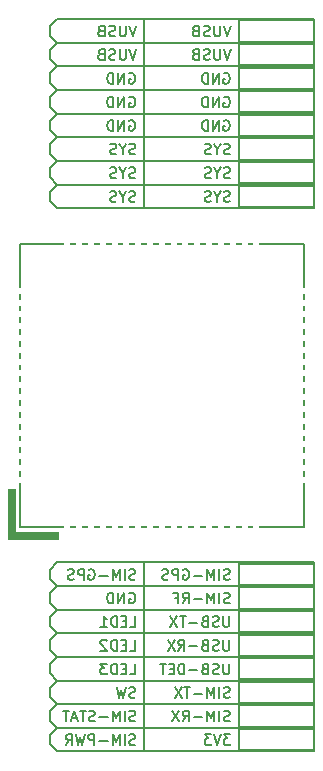
<source format=gbo>
G04 #@! TF.GenerationSoftware,KiCad,Pcbnew,(5.1.9)-1*
G04 #@! TF.CreationDate,2023-01-31T21:08:26+01:00*
G04 #@! TF.ProjectId,Side,53696465-2e6b-4696-9361-645f70636258,rev?*
G04 #@! TF.SameCoordinates,PXd59f80PYd59f80*
G04 #@! TF.FileFunction,Legend,Bot*
G04 #@! TF.FilePolarity,Positive*
%FSLAX46Y46*%
G04 Gerber Fmt 4.6, Leading zero omitted, Abs format (unit mm)*
G04 Created by KiCad (PCBNEW (5.1.9)-1) date 2023-01-31 21:08:26*
%MOMM*%
%LPD*%
G01*
G04 APERTURE LIST*
%ADD10C,0.200000*%
%ADD11C,0.100000*%
%ADD12C,0.180000*%
%ADD13C,2.000000*%
%ADD14R,0.600000X2.400000*%
%ADD15R,2.400000X0.600000*%
%ADD16O,0.800000X0.800000*%
%ADD17C,0.600000*%
G04 APERTURE END LIST*
D10*
X28000000Y-44000000D02*
X4000000Y-44000000D01*
X28000000Y-20000000D02*
X28000000Y-44000000D01*
X4000000Y-20000000D02*
X28000000Y-20000000D01*
X4000000Y-44000000D02*
X4000000Y-20000000D01*
D11*
G36*
X7200000Y-44400000D02*
G01*
X3600000Y-44400000D01*
X3600000Y-40800000D01*
X3000000Y-40800000D01*
X3000000Y-45000000D01*
X7200000Y-45000000D01*
X7200000Y-44400000D01*
G37*
X7200000Y-44400000D02*
X3600000Y-44400000D01*
X3600000Y-40800000D01*
X3000000Y-40800000D01*
X3000000Y-45000000D01*
X7200000Y-45000000D01*
X7200000Y-44400000D01*
D10*
X22500000Y-7000000D02*
X22500000Y-5000000D01*
X7100000Y-7000000D02*
X28900000Y-7000000D01*
X7100000Y-5000000D02*
X22500000Y-5000000D01*
X7100000Y-7000000D02*
X6500000Y-6400000D01*
X6500000Y-5600000D02*
X7100000Y-5000000D01*
X6500000Y-6400000D02*
X6500000Y-5600000D01*
X14500000Y-7000000D02*
X14500000Y-5000000D01*
X28900000Y-7000000D02*
X28900000Y-5000000D01*
X22500000Y-5000000D02*
X28900000Y-5000000D01*
X22500000Y-5100000D02*
X28900000Y-5100000D01*
X22550000Y-7000000D02*
X22550000Y-5000000D01*
X28850000Y-7000000D02*
X28850000Y-5000000D01*
X22500000Y-6900000D02*
X28900000Y-6900000D01*
X22500000Y-17000000D02*
X22500000Y-15000000D01*
X7100000Y-17000000D02*
X28900000Y-17000000D01*
X7100000Y-15000000D02*
X22500000Y-15000000D01*
X7100000Y-17000000D02*
X6500000Y-16400000D01*
X6500000Y-15600000D02*
X7100000Y-15000000D01*
X6500000Y-16400000D02*
X6500000Y-15600000D01*
X14500000Y-17000000D02*
X14500000Y-15000000D01*
X28900000Y-17000000D02*
X28900000Y-15000000D01*
X22500000Y-15000000D02*
X28900000Y-15000000D01*
X22500000Y-15100000D02*
X28900000Y-15100000D01*
X22550000Y-17000000D02*
X22550000Y-15000000D01*
X28850000Y-17000000D02*
X28850000Y-15000000D01*
X22500000Y-16900000D02*
X28900000Y-16900000D01*
X22500000Y-9000000D02*
X22500000Y-7000000D01*
X7100000Y-9000000D02*
X28900000Y-9000000D01*
X7100000Y-7000000D02*
X22500000Y-7000000D01*
X7100000Y-9000000D02*
X6500000Y-8400000D01*
X6500000Y-7600000D02*
X7100000Y-7000000D01*
X6500000Y-8400000D02*
X6500000Y-7600000D01*
X14500000Y-9000000D02*
X14500000Y-7000000D01*
X28900000Y-9000000D02*
X28900000Y-7000000D01*
X22500000Y-7000000D02*
X28900000Y-7000000D01*
X22500000Y-7100000D02*
X28900000Y-7100000D01*
X22550000Y-9000000D02*
X22550000Y-7000000D01*
X28850000Y-9000000D02*
X28850000Y-7000000D01*
X22500000Y-8900000D02*
X28900000Y-8900000D01*
X22500000Y-11000000D02*
X22500000Y-9000000D01*
X7100000Y-11000000D02*
X28900000Y-11000000D01*
X7100000Y-9000000D02*
X22500000Y-9000000D01*
X7100000Y-11000000D02*
X6500000Y-10400000D01*
X6500000Y-9600000D02*
X7100000Y-9000000D01*
X6500000Y-10400000D02*
X6500000Y-9600000D01*
X14500000Y-11000000D02*
X14500000Y-9000000D01*
X28900000Y-11000000D02*
X28900000Y-9000000D01*
X22500000Y-9000000D02*
X28900000Y-9000000D01*
X22500000Y-9100000D02*
X28900000Y-9100000D01*
X22550000Y-11000000D02*
X22550000Y-9000000D01*
X28850000Y-11000000D02*
X28850000Y-9000000D01*
X22500000Y-10900000D02*
X28900000Y-10900000D01*
X22500000Y-5000000D02*
X22500000Y-3000000D01*
X7100000Y-5000000D02*
X28900000Y-5000000D01*
X7100000Y-3000000D02*
X22500000Y-3000000D01*
X7100000Y-5000000D02*
X6500000Y-4400000D01*
X6500000Y-3600000D02*
X7100000Y-3000000D01*
X6500000Y-4400000D02*
X6500000Y-3600000D01*
X14500000Y-5000000D02*
X14500000Y-3000000D01*
X28900000Y-5000000D02*
X28900000Y-3000000D01*
X22500000Y-3000000D02*
X28900000Y-3000000D01*
X22500000Y-3100000D02*
X28900000Y-3100000D01*
X22550000Y-5000000D02*
X22550000Y-3000000D01*
X28850000Y-5000000D02*
X28850000Y-3000000D01*
X22500000Y-4900000D02*
X28900000Y-4900000D01*
X22500000Y-15000000D02*
X22500000Y-13000000D01*
X7100000Y-15000000D02*
X28900000Y-15000000D01*
X7100000Y-13000000D02*
X22500000Y-13000000D01*
X7100000Y-15000000D02*
X6500000Y-14400000D01*
X6500000Y-13600000D02*
X7100000Y-13000000D01*
X6500000Y-14400000D02*
X6500000Y-13600000D01*
X14500000Y-15000000D02*
X14500000Y-13000000D01*
X28900000Y-15000000D02*
X28900000Y-13000000D01*
X22500000Y-13000000D02*
X28900000Y-13000000D01*
X22500000Y-13100000D02*
X28900000Y-13100000D01*
X22550000Y-15000000D02*
X22550000Y-13000000D01*
X28850000Y-15000000D02*
X28850000Y-13000000D01*
X22500000Y-14900000D02*
X28900000Y-14900000D01*
X22500000Y-3000000D02*
X22500000Y-1000000D01*
X7100000Y-3000000D02*
X28900000Y-3000000D01*
X7100000Y-1000000D02*
X22500000Y-1000000D01*
X7100000Y-3000000D02*
X6500000Y-2400000D01*
X6500000Y-1600000D02*
X7100000Y-1000000D01*
X6500000Y-2400000D02*
X6500000Y-1600000D01*
X14500000Y-3000000D02*
X14500000Y-1000000D01*
X28900000Y-3000000D02*
X28900000Y-1000000D01*
X22500000Y-1000000D02*
X28900000Y-1000000D01*
X22500000Y-1100000D02*
X28900000Y-1100000D01*
X22550000Y-3000000D02*
X22550000Y-1000000D01*
X28850000Y-3000000D02*
X28850000Y-1000000D01*
X22500000Y-2900000D02*
X28900000Y-2900000D01*
X22500000Y-13000000D02*
X22500000Y-11000000D01*
X7100000Y-13000000D02*
X28900000Y-13000000D01*
X7100000Y-11000000D02*
X22500000Y-11000000D01*
X7100000Y-13000000D02*
X6500000Y-12400000D01*
X6500000Y-11600000D02*
X7100000Y-11000000D01*
X6500000Y-12400000D02*
X6500000Y-11600000D01*
X14500000Y-13000000D02*
X14500000Y-11000000D01*
X28900000Y-13000000D02*
X28900000Y-11000000D01*
X22500000Y-11000000D02*
X28900000Y-11000000D01*
X22500000Y-11100000D02*
X28900000Y-11100000D01*
X22550000Y-13000000D02*
X22550000Y-11000000D01*
X28850000Y-13000000D02*
X28850000Y-11000000D01*
X22500000Y-12900000D02*
X28900000Y-12900000D01*
X22500000Y-49000000D02*
X22500000Y-47000000D01*
X7100000Y-49000000D02*
X28900000Y-49000000D01*
X7100000Y-47000000D02*
X22500000Y-47000000D01*
X7100000Y-49000000D02*
X6500000Y-48400000D01*
X6500000Y-47600000D02*
X7100000Y-47000000D01*
X6500000Y-48400000D02*
X6500000Y-47600000D01*
X14500000Y-49000000D02*
X14500000Y-47000000D01*
X28900000Y-49000000D02*
X28900000Y-47000000D01*
X22500000Y-47000000D02*
X28900000Y-47000000D01*
X22500000Y-47100000D02*
X28900000Y-47100000D01*
X22550000Y-49000000D02*
X22550000Y-47000000D01*
X28850000Y-49000000D02*
X28850000Y-47000000D01*
X22500000Y-48900000D02*
X28900000Y-48900000D01*
X22500000Y-51000000D02*
X22500000Y-49000000D01*
X7100000Y-51000000D02*
X28900000Y-51000000D01*
X7100000Y-49000000D02*
X22500000Y-49000000D01*
X7100000Y-51000000D02*
X6500000Y-50400000D01*
X6500000Y-49600000D02*
X7100000Y-49000000D01*
X6500000Y-50400000D02*
X6500000Y-49600000D01*
X14500000Y-51000000D02*
X14500000Y-49000000D01*
X28900000Y-51000000D02*
X28900000Y-49000000D01*
X22500000Y-49000000D02*
X28900000Y-49000000D01*
X22500000Y-49100000D02*
X28900000Y-49100000D01*
X22550000Y-51000000D02*
X22550000Y-49000000D01*
X28850000Y-51000000D02*
X28850000Y-49000000D01*
X22500000Y-50900000D02*
X28900000Y-50900000D01*
X22500000Y-53000000D02*
X22500000Y-51000000D01*
X7100000Y-53000000D02*
X28900000Y-53000000D01*
X7100000Y-51000000D02*
X22500000Y-51000000D01*
X7100000Y-53000000D02*
X6500000Y-52400000D01*
X6500000Y-51600000D02*
X7100000Y-51000000D01*
X6500000Y-52400000D02*
X6500000Y-51600000D01*
X14500000Y-53000000D02*
X14500000Y-51000000D01*
X28900000Y-53000000D02*
X28900000Y-51000000D01*
X22500000Y-51000000D02*
X28900000Y-51000000D01*
X22500000Y-51100000D02*
X28900000Y-51100000D01*
X22550000Y-53000000D02*
X22550000Y-51000000D01*
X28850000Y-53000000D02*
X28850000Y-51000000D01*
X22500000Y-52900000D02*
X28900000Y-52900000D01*
X22500000Y-55000000D02*
X22500000Y-53000000D01*
X7100000Y-55000000D02*
X28900000Y-55000000D01*
X7100000Y-53000000D02*
X22500000Y-53000000D01*
X7100000Y-55000000D02*
X6500000Y-54400000D01*
X6500000Y-53600000D02*
X7100000Y-53000000D01*
X6500000Y-54400000D02*
X6500000Y-53600000D01*
X14500000Y-55000000D02*
X14500000Y-53000000D01*
X28900000Y-55000000D02*
X28900000Y-53000000D01*
X22500000Y-53000000D02*
X28900000Y-53000000D01*
X22500000Y-53100000D02*
X28900000Y-53100000D01*
X22550000Y-55000000D02*
X22550000Y-53000000D01*
X28850000Y-55000000D02*
X28850000Y-53000000D01*
X22500000Y-54900000D02*
X28900000Y-54900000D01*
X22500000Y-57000000D02*
X22500000Y-55000000D01*
X7100000Y-57000000D02*
X28900000Y-57000000D01*
X7100000Y-55000000D02*
X22500000Y-55000000D01*
X7100000Y-57000000D02*
X6500000Y-56400000D01*
X6500000Y-55600000D02*
X7100000Y-55000000D01*
X6500000Y-56400000D02*
X6500000Y-55600000D01*
X14500000Y-57000000D02*
X14500000Y-55000000D01*
X28900000Y-57000000D02*
X28900000Y-55000000D01*
X22500000Y-55000000D02*
X28900000Y-55000000D01*
X22500000Y-55100000D02*
X28900000Y-55100000D01*
X22550000Y-57000000D02*
X22550000Y-55000000D01*
X28850000Y-57000000D02*
X28850000Y-55000000D01*
X22500000Y-56900000D02*
X28900000Y-56900000D01*
X22500000Y-59000000D02*
X22500000Y-57000000D01*
X7100000Y-59000000D02*
X28900000Y-59000000D01*
X7100000Y-57000000D02*
X22500000Y-57000000D01*
X7100000Y-59000000D02*
X6500000Y-58400000D01*
X6500000Y-57600000D02*
X7100000Y-57000000D01*
X6500000Y-58400000D02*
X6500000Y-57600000D01*
X14500000Y-59000000D02*
X14500000Y-57000000D01*
X28900000Y-59000000D02*
X28900000Y-57000000D01*
X22500000Y-57000000D02*
X28900000Y-57000000D01*
X22500000Y-57100000D02*
X28900000Y-57100000D01*
X22550000Y-59000000D02*
X22550000Y-57000000D01*
X28850000Y-59000000D02*
X28850000Y-57000000D01*
X22500000Y-58900000D02*
X28900000Y-58900000D01*
X22500000Y-60900000D02*
X28900000Y-60900000D01*
X28850000Y-61000000D02*
X28850000Y-59000000D01*
X22550000Y-61000000D02*
X22550000Y-59000000D01*
X22500000Y-59100000D02*
X28900000Y-59100000D01*
X22500000Y-59000000D02*
X28900000Y-59000000D01*
X28900000Y-61000000D02*
X28900000Y-59000000D01*
X14500000Y-61000000D02*
X14500000Y-59000000D01*
X6500000Y-60400000D02*
X6500000Y-59600000D01*
X6500000Y-59600000D02*
X7100000Y-59000000D01*
X7100000Y-61000000D02*
X6500000Y-60400000D01*
X7100000Y-59000000D02*
X22500000Y-59000000D01*
X7100000Y-61000000D02*
X28900000Y-61000000D01*
X22500000Y-61000000D02*
X22500000Y-59000000D01*
X22500000Y-62900000D02*
X28900000Y-62900000D01*
X28850000Y-63000000D02*
X28850000Y-61000000D01*
X22550000Y-63000000D02*
X22550000Y-61000000D01*
X22500000Y-61100000D02*
X28900000Y-61100000D01*
X22500000Y-61000000D02*
X28900000Y-61000000D01*
X28900000Y-63000000D02*
X28900000Y-61000000D01*
X14500000Y-63000000D02*
X14500000Y-61000000D01*
X6500000Y-62400000D02*
X6500000Y-61600000D01*
X6500000Y-61600000D02*
X7100000Y-61000000D01*
X7100000Y-63000000D02*
X6500000Y-62400000D01*
X7100000Y-61000000D02*
X22500000Y-61000000D01*
X7100000Y-63000000D02*
X28900000Y-63000000D01*
X22500000Y-63000000D02*
X22500000Y-61000000D01*
D12*
X13247285Y-5600000D02*
X13333000Y-5557142D01*
X13461571Y-5557142D01*
X13590142Y-5600000D01*
X13675857Y-5685714D01*
X13718714Y-5771428D01*
X13761571Y-5942857D01*
X13761571Y-6071428D01*
X13718714Y-6242857D01*
X13675857Y-6328571D01*
X13590142Y-6414285D01*
X13461571Y-6457142D01*
X13375857Y-6457142D01*
X13247285Y-6414285D01*
X13204428Y-6371428D01*
X13204428Y-6071428D01*
X13375857Y-6071428D01*
X12818714Y-6457142D02*
X12818714Y-5557142D01*
X12304428Y-6457142D01*
X12304428Y-5557142D01*
X11875857Y-6457142D02*
X11875857Y-5557142D01*
X11661571Y-5557142D01*
X11533000Y-5600000D01*
X11447285Y-5685714D01*
X11404428Y-5771428D01*
X11361571Y-5942857D01*
X11361571Y-6071428D01*
X11404428Y-6242857D01*
X11447285Y-6328571D01*
X11533000Y-6414285D01*
X11661571Y-6457142D01*
X11875857Y-6457142D01*
X21247285Y-5600000D02*
X21333000Y-5557142D01*
X21461571Y-5557142D01*
X21590142Y-5600000D01*
X21675857Y-5685714D01*
X21718714Y-5771428D01*
X21761571Y-5942857D01*
X21761571Y-6071428D01*
X21718714Y-6242857D01*
X21675857Y-6328571D01*
X21590142Y-6414285D01*
X21461571Y-6457142D01*
X21375857Y-6457142D01*
X21247285Y-6414285D01*
X21204428Y-6371428D01*
X21204428Y-6071428D01*
X21375857Y-6071428D01*
X20818714Y-6457142D02*
X20818714Y-5557142D01*
X20304428Y-6457142D01*
X20304428Y-5557142D01*
X19875857Y-6457142D02*
X19875857Y-5557142D01*
X19661571Y-5557142D01*
X19533000Y-5600000D01*
X19447285Y-5685714D01*
X19404428Y-5771428D01*
X19361571Y-5942857D01*
X19361571Y-6071428D01*
X19404428Y-6242857D01*
X19447285Y-6328571D01*
X19533000Y-6414285D01*
X19661571Y-6457142D01*
X19875857Y-6457142D01*
X13761571Y-16414285D02*
X13633000Y-16457142D01*
X13418714Y-16457142D01*
X13333000Y-16414285D01*
X13290142Y-16371428D01*
X13247285Y-16285714D01*
X13247285Y-16200000D01*
X13290142Y-16114285D01*
X13333000Y-16071428D01*
X13418714Y-16028571D01*
X13590142Y-15985714D01*
X13675857Y-15942857D01*
X13718714Y-15900000D01*
X13761571Y-15814285D01*
X13761571Y-15728571D01*
X13718714Y-15642857D01*
X13675857Y-15600000D01*
X13590142Y-15557142D01*
X13375857Y-15557142D01*
X13247285Y-15600000D01*
X12690142Y-16028571D02*
X12690142Y-16457142D01*
X12990142Y-15557142D02*
X12690142Y-16028571D01*
X12390142Y-15557142D01*
X12133000Y-16414285D02*
X12004428Y-16457142D01*
X11790142Y-16457142D01*
X11704428Y-16414285D01*
X11661571Y-16371428D01*
X11618714Y-16285714D01*
X11618714Y-16200000D01*
X11661571Y-16114285D01*
X11704428Y-16071428D01*
X11790142Y-16028571D01*
X11961571Y-15985714D01*
X12047285Y-15942857D01*
X12090142Y-15900000D01*
X12133000Y-15814285D01*
X12133000Y-15728571D01*
X12090142Y-15642857D01*
X12047285Y-15600000D01*
X11961571Y-15557142D01*
X11747285Y-15557142D01*
X11618714Y-15600000D01*
X21761571Y-16414285D02*
X21633000Y-16457142D01*
X21418714Y-16457142D01*
X21333000Y-16414285D01*
X21290142Y-16371428D01*
X21247285Y-16285714D01*
X21247285Y-16200000D01*
X21290142Y-16114285D01*
X21333000Y-16071428D01*
X21418714Y-16028571D01*
X21590142Y-15985714D01*
X21675857Y-15942857D01*
X21718714Y-15900000D01*
X21761571Y-15814285D01*
X21761571Y-15728571D01*
X21718714Y-15642857D01*
X21675857Y-15600000D01*
X21590142Y-15557142D01*
X21375857Y-15557142D01*
X21247285Y-15600000D01*
X20690142Y-16028571D02*
X20690142Y-16457142D01*
X20990142Y-15557142D02*
X20690142Y-16028571D01*
X20390142Y-15557142D01*
X20133000Y-16414285D02*
X20004428Y-16457142D01*
X19790142Y-16457142D01*
X19704428Y-16414285D01*
X19661571Y-16371428D01*
X19618714Y-16285714D01*
X19618714Y-16200000D01*
X19661571Y-16114285D01*
X19704428Y-16071428D01*
X19790142Y-16028571D01*
X19961571Y-15985714D01*
X20047285Y-15942857D01*
X20090142Y-15900000D01*
X20133000Y-15814285D01*
X20133000Y-15728571D01*
X20090142Y-15642857D01*
X20047285Y-15600000D01*
X19961571Y-15557142D01*
X19747285Y-15557142D01*
X19618714Y-15600000D01*
X13247285Y-7600000D02*
X13333000Y-7557142D01*
X13461571Y-7557142D01*
X13590142Y-7600000D01*
X13675857Y-7685714D01*
X13718714Y-7771428D01*
X13761571Y-7942857D01*
X13761571Y-8071428D01*
X13718714Y-8242857D01*
X13675857Y-8328571D01*
X13590142Y-8414285D01*
X13461571Y-8457142D01*
X13375857Y-8457142D01*
X13247285Y-8414285D01*
X13204428Y-8371428D01*
X13204428Y-8071428D01*
X13375857Y-8071428D01*
X12818714Y-8457142D02*
X12818714Y-7557142D01*
X12304428Y-8457142D01*
X12304428Y-7557142D01*
X11875857Y-8457142D02*
X11875857Y-7557142D01*
X11661571Y-7557142D01*
X11533000Y-7600000D01*
X11447285Y-7685714D01*
X11404428Y-7771428D01*
X11361571Y-7942857D01*
X11361571Y-8071428D01*
X11404428Y-8242857D01*
X11447285Y-8328571D01*
X11533000Y-8414285D01*
X11661571Y-8457142D01*
X11875857Y-8457142D01*
X21247285Y-7600000D02*
X21333000Y-7557142D01*
X21461571Y-7557142D01*
X21590142Y-7600000D01*
X21675857Y-7685714D01*
X21718714Y-7771428D01*
X21761571Y-7942857D01*
X21761571Y-8071428D01*
X21718714Y-8242857D01*
X21675857Y-8328571D01*
X21590142Y-8414285D01*
X21461571Y-8457142D01*
X21375857Y-8457142D01*
X21247285Y-8414285D01*
X21204428Y-8371428D01*
X21204428Y-8071428D01*
X21375857Y-8071428D01*
X20818714Y-8457142D02*
X20818714Y-7557142D01*
X20304428Y-8457142D01*
X20304428Y-7557142D01*
X19875857Y-8457142D02*
X19875857Y-7557142D01*
X19661571Y-7557142D01*
X19533000Y-7600000D01*
X19447285Y-7685714D01*
X19404428Y-7771428D01*
X19361571Y-7942857D01*
X19361571Y-8071428D01*
X19404428Y-8242857D01*
X19447285Y-8328571D01*
X19533000Y-8414285D01*
X19661571Y-8457142D01*
X19875857Y-8457142D01*
X13247285Y-9600000D02*
X13333000Y-9557142D01*
X13461571Y-9557142D01*
X13590142Y-9600000D01*
X13675857Y-9685714D01*
X13718714Y-9771428D01*
X13761571Y-9942857D01*
X13761571Y-10071428D01*
X13718714Y-10242857D01*
X13675857Y-10328571D01*
X13590142Y-10414285D01*
X13461571Y-10457142D01*
X13375857Y-10457142D01*
X13247285Y-10414285D01*
X13204428Y-10371428D01*
X13204428Y-10071428D01*
X13375857Y-10071428D01*
X12818714Y-10457142D02*
X12818714Y-9557142D01*
X12304428Y-10457142D01*
X12304428Y-9557142D01*
X11875857Y-10457142D02*
X11875857Y-9557142D01*
X11661571Y-9557142D01*
X11533000Y-9600000D01*
X11447285Y-9685714D01*
X11404428Y-9771428D01*
X11361571Y-9942857D01*
X11361571Y-10071428D01*
X11404428Y-10242857D01*
X11447285Y-10328571D01*
X11533000Y-10414285D01*
X11661571Y-10457142D01*
X11875857Y-10457142D01*
X21247285Y-9600000D02*
X21333000Y-9557142D01*
X21461571Y-9557142D01*
X21590142Y-9600000D01*
X21675857Y-9685714D01*
X21718714Y-9771428D01*
X21761571Y-9942857D01*
X21761571Y-10071428D01*
X21718714Y-10242857D01*
X21675857Y-10328571D01*
X21590142Y-10414285D01*
X21461571Y-10457142D01*
X21375857Y-10457142D01*
X21247285Y-10414285D01*
X21204428Y-10371428D01*
X21204428Y-10071428D01*
X21375857Y-10071428D01*
X20818714Y-10457142D02*
X20818714Y-9557142D01*
X20304428Y-10457142D01*
X20304428Y-9557142D01*
X19875857Y-10457142D02*
X19875857Y-9557142D01*
X19661571Y-9557142D01*
X19533000Y-9600000D01*
X19447285Y-9685714D01*
X19404428Y-9771428D01*
X19361571Y-9942857D01*
X19361571Y-10071428D01*
X19404428Y-10242857D01*
X19447285Y-10328571D01*
X19533000Y-10414285D01*
X19661571Y-10457142D01*
X19875857Y-10457142D01*
X13847285Y-3557142D02*
X13547285Y-4457142D01*
X13247285Y-3557142D01*
X12947285Y-3557142D02*
X12947285Y-4285714D01*
X12904428Y-4371428D01*
X12861571Y-4414285D01*
X12775857Y-4457142D01*
X12604428Y-4457142D01*
X12518714Y-4414285D01*
X12475857Y-4371428D01*
X12433000Y-4285714D01*
X12433000Y-3557142D01*
X12047285Y-4414285D02*
X11918714Y-4457142D01*
X11704428Y-4457142D01*
X11618714Y-4414285D01*
X11575857Y-4371428D01*
X11533000Y-4285714D01*
X11533000Y-4200000D01*
X11575857Y-4114285D01*
X11618714Y-4071428D01*
X11704428Y-4028571D01*
X11875857Y-3985714D01*
X11961571Y-3942857D01*
X12004428Y-3900000D01*
X12047285Y-3814285D01*
X12047285Y-3728571D01*
X12004428Y-3642857D01*
X11961571Y-3600000D01*
X11875857Y-3557142D01*
X11661571Y-3557142D01*
X11533000Y-3600000D01*
X10847285Y-3985714D02*
X10718714Y-4028571D01*
X10675857Y-4071428D01*
X10633000Y-4157142D01*
X10633000Y-4285714D01*
X10675857Y-4371428D01*
X10718714Y-4414285D01*
X10804428Y-4457142D01*
X11147285Y-4457142D01*
X11147285Y-3557142D01*
X10847285Y-3557142D01*
X10761571Y-3600000D01*
X10718714Y-3642857D01*
X10675857Y-3728571D01*
X10675857Y-3814285D01*
X10718714Y-3900000D01*
X10761571Y-3942857D01*
X10847285Y-3985714D01*
X11147285Y-3985714D01*
X21847285Y-3557142D02*
X21547285Y-4457142D01*
X21247285Y-3557142D01*
X20947285Y-3557142D02*
X20947285Y-4285714D01*
X20904428Y-4371428D01*
X20861571Y-4414285D01*
X20775857Y-4457142D01*
X20604428Y-4457142D01*
X20518714Y-4414285D01*
X20475857Y-4371428D01*
X20433000Y-4285714D01*
X20433000Y-3557142D01*
X20047285Y-4414285D02*
X19918714Y-4457142D01*
X19704428Y-4457142D01*
X19618714Y-4414285D01*
X19575857Y-4371428D01*
X19533000Y-4285714D01*
X19533000Y-4200000D01*
X19575857Y-4114285D01*
X19618714Y-4071428D01*
X19704428Y-4028571D01*
X19875857Y-3985714D01*
X19961571Y-3942857D01*
X20004428Y-3900000D01*
X20047285Y-3814285D01*
X20047285Y-3728571D01*
X20004428Y-3642857D01*
X19961571Y-3600000D01*
X19875857Y-3557142D01*
X19661571Y-3557142D01*
X19533000Y-3600000D01*
X18847285Y-3985714D02*
X18718714Y-4028571D01*
X18675857Y-4071428D01*
X18633000Y-4157142D01*
X18633000Y-4285714D01*
X18675857Y-4371428D01*
X18718714Y-4414285D01*
X18804428Y-4457142D01*
X19147285Y-4457142D01*
X19147285Y-3557142D01*
X18847285Y-3557142D01*
X18761571Y-3600000D01*
X18718714Y-3642857D01*
X18675857Y-3728571D01*
X18675857Y-3814285D01*
X18718714Y-3900000D01*
X18761571Y-3942857D01*
X18847285Y-3985714D01*
X19147285Y-3985714D01*
X13761571Y-14414285D02*
X13633000Y-14457142D01*
X13418714Y-14457142D01*
X13333000Y-14414285D01*
X13290142Y-14371428D01*
X13247285Y-14285714D01*
X13247285Y-14200000D01*
X13290142Y-14114285D01*
X13333000Y-14071428D01*
X13418714Y-14028571D01*
X13590142Y-13985714D01*
X13675857Y-13942857D01*
X13718714Y-13900000D01*
X13761571Y-13814285D01*
X13761571Y-13728571D01*
X13718714Y-13642857D01*
X13675857Y-13600000D01*
X13590142Y-13557142D01*
X13375857Y-13557142D01*
X13247285Y-13600000D01*
X12690142Y-14028571D02*
X12690142Y-14457142D01*
X12990142Y-13557142D02*
X12690142Y-14028571D01*
X12390142Y-13557142D01*
X12133000Y-14414285D02*
X12004428Y-14457142D01*
X11790142Y-14457142D01*
X11704428Y-14414285D01*
X11661571Y-14371428D01*
X11618714Y-14285714D01*
X11618714Y-14200000D01*
X11661571Y-14114285D01*
X11704428Y-14071428D01*
X11790142Y-14028571D01*
X11961571Y-13985714D01*
X12047285Y-13942857D01*
X12090142Y-13900000D01*
X12133000Y-13814285D01*
X12133000Y-13728571D01*
X12090142Y-13642857D01*
X12047285Y-13600000D01*
X11961571Y-13557142D01*
X11747285Y-13557142D01*
X11618714Y-13600000D01*
X21761571Y-14414285D02*
X21633000Y-14457142D01*
X21418714Y-14457142D01*
X21333000Y-14414285D01*
X21290142Y-14371428D01*
X21247285Y-14285714D01*
X21247285Y-14200000D01*
X21290142Y-14114285D01*
X21333000Y-14071428D01*
X21418714Y-14028571D01*
X21590142Y-13985714D01*
X21675857Y-13942857D01*
X21718714Y-13900000D01*
X21761571Y-13814285D01*
X21761571Y-13728571D01*
X21718714Y-13642857D01*
X21675857Y-13600000D01*
X21590142Y-13557142D01*
X21375857Y-13557142D01*
X21247285Y-13600000D01*
X20690142Y-14028571D02*
X20690142Y-14457142D01*
X20990142Y-13557142D02*
X20690142Y-14028571D01*
X20390142Y-13557142D01*
X20133000Y-14414285D02*
X20004428Y-14457142D01*
X19790142Y-14457142D01*
X19704428Y-14414285D01*
X19661571Y-14371428D01*
X19618714Y-14285714D01*
X19618714Y-14200000D01*
X19661571Y-14114285D01*
X19704428Y-14071428D01*
X19790142Y-14028571D01*
X19961571Y-13985714D01*
X20047285Y-13942857D01*
X20090142Y-13900000D01*
X20133000Y-13814285D01*
X20133000Y-13728571D01*
X20090142Y-13642857D01*
X20047285Y-13600000D01*
X19961571Y-13557142D01*
X19747285Y-13557142D01*
X19618714Y-13600000D01*
X13847285Y-1557142D02*
X13547285Y-2457142D01*
X13247285Y-1557142D01*
X12947285Y-1557142D02*
X12947285Y-2285714D01*
X12904428Y-2371428D01*
X12861571Y-2414285D01*
X12775857Y-2457142D01*
X12604428Y-2457142D01*
X12518714Y-2414285D01*
X12475857Y-2371428D01*
X12433000Y-2285714D01*
X12433000Y-1557142D01*
X12047285Y-2414285D02*
X11918714Y-2457142D01*
X11704428Y-2457142D01*
X11618714Y-2414285D01*
X11575857Y-2371428D01*
X11533000Y-2285714D01*
X11533000Y-2200000D01*
X11575857Y-2114285D01*
X11618714Y-2071428D01*
X11704428Y-2028571D01*
X11875857Y-1985714D01*
X11961571Y-1942857D01*
X12004428Y-1900000D01*
X12047285Y-1814285D01*
X12047285Y-1728571D01*
X12004428Y-1642857D01*
X11961571Y-1600000D01*
X11875857Y-1557142D01*
X11661571Y-1557142D01*
X11533000Y-1600000D01*
X10847285Y-1985714D02*
X10718714Y-2028571D01*
X10675857Y-2071428D01*
X10633000Y-2157142D01*
X10633000Y-2285714D01*
X10675857Y-2371428D01*
X10718714Y-2414285D01*
X10804428Y-2457142D01*
X11147285Y-2457142D01*
X11147285Y-1557142D01*
X10847285Y-1557142D01*
X10761571Y-1600000D01*
X10718714Y-1642857D01*
X10675857Y-1728571D01*
X10675857Y-1814285D01*
X10718714Y-1900000D01*
X10761571Y-1942857D01*
X10847285Y-1985714D01*
X11147285Y-1985714D01*
X21847285Y-1557142D02*
X21547285Y-2457142D01*
X21247285Y-1557142D01*
X20947285Y-1557142D02*
X20947285Y-2285714D01*
X20904428Y-2371428D01*
X20861571Y-2414285D01*
X20775857Y-2457142D01*
X20604428Y-2457142D01*
X20518714Y-2414285D01*
X20475857Y-2371428D01*
X20433000Y-2285714D01*
X20433000Y-1557142D01*
X20047285Y-2414285D02*
X19918714Y-2457142D01*
X19704428Y-2457142D01*
X19618714Y-2414285D01*
X19575857Y-2371428D01*
X19533000Y-2285714D01*
X19533000Y-2200000D01*
X19575857Y-2114285D01*
X19618714Y-2071428D01*
X19704428Y-2028571D01*
X19875857Y-1985714D01*
X19961571Y-1942857D01*
X20004428Y-1900000D01*
X20047285Y-1814285D01*
X20047285Y-1728571D01*
X20004428Y-1642857D01*
X19961571Y-1600000D01*
X19875857Y-1557142D01*
X19661571Y-1557142D01*
X19533000Y-1600000D01*
X18847285Y-1985714D02*
X18718714Y-2028571D01*
X18675857Y-2071428D01*
X18633000Y-2157142D01*
X18633000Y-2285714D01*
X18675857Y-2371428D01*
X18718714Y-2414285D01*
X18804428Y-2457142D01*
X19147285Y-2457142D01*
X19147285Y-1557142D01*
X18847285Y-1557142D01*
X18761571Y-1600000D01*
X18718714Y-1642857D01*
X18675857Y-1728571D01*
X18675857Y-1814285D01*
X18718714Y-1900000D01*
X18761571Y-1942857D01*
X18847285Y-1985714D01*
X19147285Y-1985714D01*
X13761571Y-12414285D02*
X13633000Y-12457142D01*
X13418714Y-12457142D01*
X13333000Y-12414285D01*
X13290142Y-12371428D01*
X13247285Y-12285714D01*
X13247285Y-12200000D01*
X13290142Y-12114285D01*
X13333000Y-12071428D01*
X13418714Y-12028571D01*
X13590142Y-11985714D01*
X13675857Y-11942857D01*
X13718714Y-11900000D01*
X13761571Y-11814285D01*
X13761571Y-11728571D01*
X13718714Y-11642857D01*
X13675857Y-11600000D01*
X13590142Y-11557142D01*
X13375857Y-11557142D01*
X13247285Y-11600000D01*
X12690142Y-12028571D02*
X12690142Y-12457142D01*
X12990142Y-11557142D02*
X12690142Y-12028571D01*
X12390142Y-11557142D01*
X12133000Y-12414285D02*
X12004428Y-12457142D01*
X11790142Y-12457142D01*
X11704428Y-12414285D01*
X11661571Y-12371428D01*
X11618714Y-12285714D01*
X11618714Y-12200000D01*
X11661571Y-12114285D01*
X11704428Y-12071428D01*
X11790142Y-12028571D01*
X11961571Y-11985714D01*
X12047285Y-11942857D01*
X12090142Y-11900000D01*
X12133000Y-11814285D01*
X12133000Y-11728571D01*
X12090142Y-11642857D01*
X12047285Y-11600000D01*
X11961571Y-11557142D01*
X11747285Y-11557142D01*
X11618714Y-11600000D01*
X21761571Y-12414285D02*
X21633000Y-12457142D01*
X21418714Y-12457142D01*
X21333000Y-12414285D01*
X21290142Y-12371428D01*
X21247285Y-12285714D01*
X21247285Y-12200000D01*
X21290142Y-12114285D01*
X21333000Y-12071428D01*
X21418714Y-12028571D01*
X21590142Y-11985714D01*
X21675857Y-11942857D01*
X21718714Y-11900000D01*
X21761571Y-11814285D01*
X21761571Y-11728571D01*
X21718714Y-11642857D01*
X21675857Y-11600000D01*
X21590142Y-11557142D01*
X21375857Y-11557142D01*
X21247285Y-11600000D01*
X20690142Y-12028571D02*
X20690142Y-12457142D01*
X20990142Y-11557142D02*
X20690142Y-12028571D01*
X20390142Y-11557142D01*
X20133000Y-12414285D02*
X20004428Y-12457142D01*
X19790142Y-12457142D01*
X19704428Y-12414285D01*
X19661571Y-12371428D01*
X19618714Y-12285714D01*
X19618714Y-12200000D01*
X19661571Y-12114285D01*
X19704428Y-12071428D01*
X19790142Y-12028571D01*
X19961571Y-11985714D01*
X20047285Y-11942857D01*
X20090142Y-11900000D01*
X20133000Y-11814285D01*
X20133000Y-11728571D01*
X20090142Y-11642857D01*
X20047285Y-11600000D01*
X19961571Y-11557142D01*
X19747285Y-11557142D01*
X19618714Y-11600000D01*
X13761571Y-48414285D02*
X13633000Y-48457142D01*
X13418714Y-48457142D01*
X13333000Y-48414285D01*
X13290142Y-48371428D01*
X13247285Y-48285714D01*
X13247285Y-48200000D01*
X13290142Y-48114285D01*
X13333000Y-48071428D01*
X13418714Y-48028571D01*
X13590142Y-47985714D01*
X13675857Y-47942857D01*
X13718714Y-47900000D01*
X13761571Y-47814285D01*
X13761571Y-47728571D01*
X13718714Y-47642857D01*
X13675857Y-47600000D01*
X13590142Y-47557142D01*
X13375857Y-47557142D01*
X13247285Y-47600000D01*
X12861571Y-48457142D02*
X12861571Y-47557142D01*
X12433000Y-48457142D02*
X12433000Y-47557142D01*
X12133000Y-48200000D01*
X11833000Y-47557142D01*
X11833000Y-48457142D01*
X11404428Y-48114285D02*
X10718714Y-48114285D01*
X9818714Y-47600000D02*
X9904428Y-47557142D01*
X10033000Y-47557142D01*
X10161571Y-47600000D01*
X10247285Y-47685714D01*
X10290142Y-47771428D01*
X10333000Y-47942857D01*
X10333000Y-48071428D01*
X10290142Y-48242857D01*
X10247285Y-48328571D01*
X10161571Y-48414285D01*
X10033000Y-48457142D01*
X9947285Y-48457142D01*
X9818714Y-48414285D01*
X9775857Y-48371428D01*
X9775857Y-48071428D01*
X9947285Y-48071428D01*
X9390142Y-48457142D02*
X9390142Y-47557142D01*
X9047285Y-47557142D01*
X8961571Y-47600000D01*
X8918714Y-47642857D01*
X8875857Y-47728571D01*
X8875857Y-47857142D01*
X8918714Y-47942857D01*
X8961571Y-47985714D01*
X9047285Y-48028571D01*
X9390142Y-48028571D01*
X8533000Y-48414285D02*
X8404428Y-48457142D01*
X8190142Y-48457142D01*
X8104428Y-48414285D01*
X8061571Y-48371428D01*
X8018714Y-48285714D01*
X8018714Y-48200000D01*
X8061571Y-48114285D01*
X8104428Y-48071428D01*
X8190142Y-48028571D01*
X8361571Y-47985714D01*
X8447285Y-47942857D01*
X8490142Y-47900000D01*
X8533000Y-47814285D01*
X8533000Y-47728571D01*
X8490142Y-47642857D01*
X8447285Y-47600000D01*
X8361571Y-47557142D01*
X8147285Y-47557142D01*
X8018714Y-47600000D01*
X21761571Y-48414285D02*
X21633000Y-48457142D01*
X21418714Y-48457142D01*
X21333000Y-48414285D01*
X21290142Y-48371428D01*
X21247285Y-48285714D01*
X21247285Y-48200000D01*
X21290142Y-48114285D01*
X21333000Y-48071428D01*
X21418714Y-48028571D01*
X21590142Y-47985714D01*
X21675857Y-47942857D01*
X21718714Y-47900000D01*
X21761571Y-47814285D01*
X21761571Y-47728571D01*
X21718714Y-47642857D01*
X21675857Y-47600000D01*
X21590142Y-47557142D01*
X21375857Y-47557142D01*
X21247285Y-47600000D01*
X20861571Y-48457142D02*
X20861571Y-47557142D01*
X20433000Y-48457142D02*
X20433000Y-47557142D01*
X20133000Y-48200000D01*
X19833000Y-47557142D01*
X19833000Y-48457142D01*
X19404428Y-48114285D02*
X18718714Y-48114285D01*
X17818714Y-47600000D02*
X17904428Y-47557142D01*
X18033000Y-47557142D01*
X18161571Y-47600000D01*
X18247285Y-47685714D01*
X18290142Y-47771428D01*
X18333000Y-47942857D01*
X18333000Y-48071428D01*
X18290142Y-48242857D01*
X18247285Y-48328571D01*
X18161571Y-48414285D01*
X18033000Y-48457142D01*
X17947285Y-48457142D01*
X17818714Y-48414285D01*
X17775857Y-48371428D01*
X17775857Y-48071428D01*
X17947285Y-48071428D01*
X17390142Y-48457142D02*
X17390142Y-47557142D01*
X17047285Y-47557142D01*
X16961571Y-47600000D01*
X16918714Y-47642857D01*
X16875857Y-47728571D01*
X16875857Y-47857142D01*
X16918714Y-47942857D01*
X16961571Y-47985714D01*
X17047285Y-48028571D01*
X17390142Y-48028571D01*
X16533000Y-48414285D02*
X16404428Y-48457142D01*
X16190142Y-48457142D01*
X16104428Y-48414285D01*
X16061571Y-48371428D01*
X16018714Y-48285714D01*
X16018714Y-48200000D01*
X16061571Y-48114285D01*
X16104428Y-48071428D01*
X16190142Y-48028571D01*
X16361571Y-47985714D01*
X16447285Y-47942857D01*
X16490142Y-47900000D01*
X16533000Y-47814285D01*
X16533000Y-47728571D01*
X16490142Y-47642857D01*
X16447285Y-47600000D01*
X16361571Y-47557142D01*
X16147285Y-47557142D01*
X16018714Y-47600000D01*
X13247285Y-49600000D02*
X13333000Y-49557142D01*
X13461571Y-49557142D01*
X13590142Y-49600000D01*
X13675857Y-49685714D01*
X13718714Y-49771428D01*
X13761571Y-49942857D01*
X13761571Y-50071428D01*
X13718714Y-50242857D01*
X13675857Y-50328571D01*
X13590142Y-50414285D01*
X13461571Y-50457142D01*
X13375857Y-50457142D01*
X13247285Y-50414285D01*
X13204428Y-50371428D01*
X13204428Y-50071428D01*
X13375857Y-50071428D01*
X12818714Y-50457142D02*
X12818714Y-49557142D01*
X12304428Y-50457142D01*
X12304428Y-49557142D01*
X11875857Y-50457142D02*
X11875857Y-49557142D01*
X11661571Y-49557142D01*
X11533000Y-49600000D01*
X11447285Y-49685714D01*
X11404428Y-49771428D01*
X11361571Y-49942857D01*
X11361571Y-50071428D01*
X11404428Y-50242857D01*
X11447285Y-50328571D01*
X11533000Y-50414285D01*
X11661571Y-50457142D01*
X11875857Y-50457142D01*
X21761571Y-50414285D02*
X21633000Y-50457142D01*
X21418714Y-50457142D01*
X21333000Y-50414285D01*
X21290142Y-50371428D01*
X21247285Y-50285714D01*
X21247285Y-50200000D01*
X21290142Y-50114285D01*
X21333000Y-50071428D01*
X21418714Y-50028571D01*
X21590142Y-49985714D01*
X21675857Y-49942857D01*
X21718714Y-49900000D01*
X21761571Y-49814285D01*
X21761571Y-49728571D01*
X21718714Y-49642857D01*
X21675857Y-49600000D01*
X21590142Y-49557142D01*
X21375857Y-49557142D01*
X21247285Y-49600000D01*
X20861571Y-50457142D02*
X20861571Y-49557142D01*
X20433000Y-50457142D02*
X20433000Y-49557142D01*
X20133000Y-50200000D01*
X19833000Y-49557142D01*
X19833000Y-50457142D01*
X19404428Y-50114285D02*
X18718714Y-50114285D01*
X17775857Y-50457142D02*
X18075857Y-50028571D01*
X18290142Y-50457142D02*
X18290142Y-49557142D01*
X17947285Y-49557142D01*
X17861571Y-49600000D01*
X17818714Y-49642857D01*
X17775857Y-49728571D01*
X17775857Y-49857142D01*
X17818714Y-49942857D01*
X17861571Y-49985714D01*
X17947285Y-50028571D01*
X18290142Y-50028571D01*
X17090142Y-49985714D02*
X17390142Y-49985714D01*
X17390142Y-50457142D02*
X17390142Y-49557142D01*
X16961571Y-49557142D01*
X13290142Y-52457142D02*
X13718714Y-52457142D01*
X13718714Y-51557142D01*
X12990142Y-51985714D02*
X12690142Y-51985714D01*
X12561571Y-52457142D02*
X12990142Y-52457142D01*
X12990142Y-51557142D01*
X12561571Y-51557142D01*
X12175857Y-52457142D02*
X12175857Y-51557142D01*
X11961571Y-51557142D01*
X11833000Y-51600000D01*
X11747285Y-51685714D01*
X11704428Y-51771428D01*
X11661571Y-51942857D01*
X11661571Y-52071428D01*
X11704428Y-52242857D01*
X11747285Y-52328571D01*
X11833000Y-52414285D01*
X11961571Y-52457142D01*
X12175857Y-52457142D01*
X10804428Y-52457142D02*
X11318714Y-52457142D01*
X11061571Y-52457142D02*
X11061571Y-51557142D01*
X11147285Y-51685714D01*
X11233000Y-51771428D01*
X11318714Y-51814285D01*
X21718714Y-51557142D02*
X21718714Y-52285714D01*
X21675857Y-52371428D01*
X21633000Y-52414285D01*
X21547285Y-52457142D01*
X21375857Y-52457142D01*
X21290142Y-52414285D01*
X21247285Y-52371428D01*
X21204428Y-52285714D01*
X21204428Y-51557142D01*
X20818714Y-52414285D02*
X20690142Y-52457142D01*
X20475857Y-52457142D01*
X20390142Y-52414285D01*
X20347285Y-52371428D01*
X20304428Y-52285714D01*
X20304428Y-52200000D01*
X20347285Y-52114285D01*
X20390142Y-52071428D01*
X20475857Y-52028571D01*
X20647285Y-51985714D01*
X20733000Y-51942857D01*
X20775857Y-51900000D01*
X20818714Y-51814285D01*
X20818714Y-51728571D01*
X20775857Y-51642857D01*
X20733000Y-51600000D01*
X20647285Y-51557142D01*
X20433000Y-51557142D01*
X20304428Y-51600000D01*
X19618714Y-51985714D02*
X19490142Y-52028571D01*
X19447285Y-52071428D01*
X19404428Y-52157142D01*
X19404428Y-52285714D01*
X19447285Y-52371428D01*
X19490142Y-52414285D01*
X19575857Y-52457142D01*
X19918714Y-52457142D01*
X19918714Y-51557142D01*
X19618714Y-51557142D01*
X19533000Y-51600000D01*
X19490142Y-51642857D01*
X19447285Y-51728571D01*
X19447285Y-51814285D01*
X19490142Y-51900000D01*
X19533000Y-51942857D01*
X19618714Y-51985714D01*
X19918714Y-51985714D01*
X19018714Y-52114285D02*
X18333000Y-52114285D01*
X18033000Y-51557142D02*
X17518714Y-51557142D01*
X17775857Y-52457142D02*
X17775857Y-51557142D01*
X17304428Y-51557142D02*
X16704428Y-52457142D01*
X16704428Y-51557142D02*
X17304428Y-52457142D01*
X13290142Y-54457142D02*
X13718714Y-54457142D01*
X13718714Y-53557142D01*
X12990142Y-53985714D02*
X12690142Y-53985714D01*
X12561571Y-54457142D02*
X12990142Y-54457142D01*
X12990142Y-53557142D01*
X12561571Y-53557142D01*
X12175857Y-54457142D02*
X12175857Y-53557142D01*
X11961571Y-53557142D01*
X11833000Y-53600000D01*
X11747285Y-53685714D01*
X11704428Y-53771428D01*
X11661571Y-53942857D01*
X11661571Y-54071428D01*
X11704428Y-54242857D01*
X11747285Y-54328571D01*
X11833000Y-54414285D01*
X11961571Y-54457142D01*
X12175857Y-54457142D01*
X11318714Y-53642857D02*
X11275857Y-53600000D01*
X11190142Y-53557142D01*
X10975857Y-53557142D01*
X10890142Y-53600000D01*
X10847285Y-53642857D01*
X10804428Y-53728571D01*
X10804428Y-53814285D01*
X10847285Y-53942857D01*
X11361571Y-54457142D01*
X10804428Y-54457142D01*
X21718714Y-53557142D02*
X21718714Y-54285714D01*
X21675857Y-54371428D01*
X21633000Y-54414285D01*
X21547285Y-54457142D01*
X21375857Y-54457142D01*
X21290142Y-54414285D01*
X21247285Y-54371428D01*
X21204428Y-54285714D01*
X21204428Y-53557142D01*
X20818714Y-54414285D02*
X20690142Y-54457142D01*
X20475857Y-54457142D01*
X20390142Y-54414285D01*
X20347285Y-54371428D01*
X20304428Y-54285714D01*
X20304428Y-54200000D01*
X20347285Y-54114285D01*
X20390142Y-54071428D01*
X20475857Y-54028571D01*
X20647285Y-53985714D01*
X20733000Y-53942857D01*
X20775857Y-53900000D01*
X20818714Y-53814285D01*
X20818714Y-53728571D01*
X20775857Y-53642857D01*
X20733000Y-53600000D01*
X20647285Y-53557142D01*
X20433000Y-53557142D01*
X20304428Y-53600000D01*
X19618714Y-53985714D02*
X19490142Y-54028571D01*
X19447285Y-54071428D01*
X19404428Y-54157142D01*
X19404428Y-54285714D01*
X19447285Y-54371428D01*
X19490142Y-54414285D01*
X19575857Y-54457142D01*
X19918714Y-54457142D01*
X19918714Y-53557142D01*
X19618714Y-53557142D01*
X19533000Y-53600000D01*
X19490142Y-53642857D01*
X19447285Y-53728571D01*
X19447285Y-53814285D01*
X19490142Y-53900000D01*
X19533000Y-53942857D01*
X19618714Y-53985714D01*
X19918714Y-53985714D01*
X19018714Y-54114285D02*
X18333000Y-54114285D01*
X17390142Y-54457142D02*
X17690142Y-54028571D01*
X17904428Y-54457142D02*
X17904428Y-53557142D01*
X17561571Y-53557142D01*
X17475857Y-53600000D01*
X17433000Y-53642857D01*
X17390142Y-53728571D01*
X17390142Y-53857142D01*
X17433000Y-53942857D01*
X17475857Y-53985714D01*
X17561571Y-54028571D01*
X17904428Y-54028571D01*
X17090142Y-53557142D02*
X16490142Y-54457142D01*
X16490142Y-53557142D02*
X17090142Y-54457142D01*
X13290142Y-56457142D02*
X13718714Y-56457142D01*
X13718714Y-55557142D01*
X12990142Y-55985714D02*
X12690142Y-55985714D01*
X12561571Y-56457142D02*
X12990142Y-56457142D01*
X12990142Y-55557142D01*
X12561571Y-55557142D01*
X12175857Y-56457142D02*
X12175857Y-55557142D01*
X11961571Y-55557142D01*
X11833000Y-55600000D01*
X11747285Y-55685714D01*
X11704428Y-55771428D01*
X11661571Y-55942857D01*
X11661571Y-56071428D01*
X11704428Y-56242857D01*
X11747285Y-56328571D01*
X11833000Y-56414285D01*
X11961571Y-56457142D01*
X12175857Y-56457142D01*
X11361571Y-55557142D02*
X10804428Y-55557142D01*
X11104428Y-55900000D01*
X10975857Y-55900000D01*
X10890142Y-55942857D01*
X10847285Y-55985714D01*
X10804428Y-56071428D01*
X10804428Y-56285714D01*
X10847285Y-56371428D01*
X10890142Y-56414285D01*
X10975857Y-56457142D01*
X11233000Y-56457142D01*
X11318714Y-56414285D01*
X11361571Y-56371428D01*
X21718714Y-55557142D02*
X21718714Y-56285714D01*
X21675857Y-56371428D01*
X21633000Y-56414285D01*
X21547285Y-56457142D01*
X21375857Y-56457142D01*
X21290142Y-56414285D01*
X21247285Y-56371428D01*
X21204428Y-56285714D01*
X21204428Y-55557142D01*
X20818714Y-56414285D02*
X20690142Y-56457142D01*
X20475857Y-56457142D01*
X20390142Y-56414285D01*
X20347285Y-56371428D01*
X20304428Y-56285714D01*
X20304428Y-56200000D01*
X20347285Y-56114285D01*
X20390142Y-56071428D01*
X20475857Y-56028571D01*
X20647285Y-55985714D01*
X20733000Y-55942857D01*
X20775857Y-55900000D01*
X20818714Y-55814285D01*
X20818714Y-55728571D01*
X20775857Y-55642857D01*
X20733000Y-55600000D01*
X20647285Y-55557142D01*
X20433000Y-55557142D01*
X20304428Y-55600000D01*
X19618714Y-55985714D02*
X19490142Y-56028571D01*
X19447285Y-56071428D01*
X19404428Y-56157142D01*
X19404428Y-56285714D01*
X19447285Y-56371428D01*
X19490142Y-56414285D01*
X19575857Y-56457142D01*
X19918714Y-56457142D01*
X19918714Y-55557142D01*
X19618714Y-55557142D01*
X19533000Y-55600000D01*
X19490142Y-55642857D01*
X19447285Y-55728571D01*
X19447285Y-55814285D01*
X19490142Y-55900000D01*
X19533000Y-55942857D01*
X19618714Y-55985714D01*
X19918714Y-55985714D01*
X19018714Y-56114285D02*
X18333000Y-56114285D01*
X17904428Y-56457142D02*
X17904428Y-55557142D01*
X17690142Y-55557142D01*
X17561571Y-55600000D01*
X17475857Y-55685714D01*
X17433000Y-55771428D01*
X17390142Y-55942857D01*
X17390142Y-56071428D01*
X17433000Y-56242857D01*
X17475857Y-56328571D01*
X17561571Y-56414285D01*
X17690142Y-56457142D01*
X17904428Y-56457142D01*
X17004428Y-55985714D02*
X16704428Y-55985714D01*
X16575857Y-56457142D02*
X17004428Y-56457142D01*
X17004428Y-55557142D01*
X16575857Y-55557142D01*
X16318714Y-55557142D02*
X15804428Y-55557142D01*
X16061571Y-56457142D02*
X16061571Y-55557142D01*
X13761571Y-58414285D02*
X13633000Y-58457142D01*
X13418714Y-58457142D01*
X13333000Y-58414285D01*
X13290142Y-58371428D01*
X13247285Y-58285714D01*
X13247285Y-58200000D01*
X13290142Y-58114285D01*
X13333000Y-58071428D01*
X13418714Y-58028571D01*
X13590142Y-57985714D01*
X13675857Y-57942857D01*
X13718714Y-57900000D01*
X13761571Y-57814285D01*
X13761571Y-57728571D01*
X13718714Y-57642857D01*
X13675857Y-57600000D01*
X13590142Y-57557142D01*
X13375857Y-57557142D01*
X13247285Y-57600000D01*
X12947285Y-57557142D02*
X12733000Y-58457142D01*
X12561571Y-57814285D01*
X12390142Y-58457142D01*
X12175857Y-57557142D01*
X21761571Y-58414285D02*
X21633000Y-58457142D01*
X21418714Y-58457142D01*
X21333000Y-58414285D01*
X21290142Y-58371428D01*
X21247285Y-58285714D01*
X21247285Y-58200000D01*
X21290142Y-58114285D01*
X21333000Y-58071428D01*
X21418714Y-58028571D01*
X21590142Y-57985714D01*
X21675857Y-57942857D01*
X21718714Y-57900000D01*
X21761571Y-57814285D01*
X21761571Y-57728571D01*
X21718714Y-57642857D01*
X21675857Y-57600000D01*
X21590142Y-57557142D01*
X21375857Y-57557142D01*
X21247285Y-57600000D01*
X20861571Y-58457142D02*
X20861571Y-57557142D01*
X20433000Y-58457142D02*
X20433000Y-57557142D01*
X20133000Y-58200000D01*
X19833000Y-57557142D01*
X19833000Y-58457142D01*
X19404428Y-58114285D02*
X18718714Y-58114285D01*
X18418714Y-57557142D02*
X17904428Y-57557142D01*
X18161571Y-58457142D02*
X18161571Y-57557142D01*
X17690142Y-57557142D02*
X17090142Y-58457142D01*
X17090142Y-57557142D02*
X17690142Y-58457142D01*
X13761571Y-60414285D02*
X13633000Y-60457142D01*
X13418714Y-60457142D01*
X13333000Y-60414285D01*
X13290142Y-60371428D01*
X13247285Y-60285714D01*
X13247285Y-60200000D01*
X13290142Y-60114285D01*
X13333000Y-60071428D01*
X13418714Y-60028571D01*
X13590142Y-59985714D01*
X13675857Y-59942857D01*
X13718714Y-59900000D01*
X13761571Y-59814285D01*
X13761571Y-59728571D01*
X13718714Y-59642857D01*
X13675857Y-59600000D01*
X13590142Y-59557142D01*
X13375857Y-59557142D01*
X13247285Y-59600000D01*
X12861571Y-60457142D02*
X12861571Y-59557142D01*
X12433000Y-60457142D02*
X12433000Y-59557142D01*
X12133000Y-60200000D01*
X11833000Y-59557142D01*
X11833000Y-60457142D01*
X11404428Y-60114285D02*
X10718714Y-60114285D01*
X10333000Y-60414285D02*
X10204428Y-60457142D01*
X9990142Y-60457142D01*
X9904428Y-60414285D01*
X9861571Y-60371428D01*
X9818714Y-60285714D01*
X9818714Y-60200000D01*
X9861571Y-60114285D01*
X9904428Y-60071428D01*
X9990142Y-60028571D01*
X10161571Y-59985714D01*
X10247285Y-59942857D01*
X10290142Y-59900000D01*
X10333000Y-59814285D01*
X10333000Y-59728571D01*
X10290142Y-59642857D01*
X10247285Y-59600000D01*
X10161571Y-59557142D01*
X9947285Y-59557142D01*
X9818714Y-59600000D01*
X9561571Y-59557142D02*
X9047285Y-59557142D01*
X9304428Y-60457142D02*
X9304428Y-59557142D01*
X8790142Y-60200000D02*
X8361571Y-60200000D01*
X8875857Y-60457142D02*
X8575857Y-59557142D01*
X8275857Y-60457142D01*
X8104428Y-59557142D02*
X7590142Y-59557142D01*
X7847285Y-60457142D02*
X7847285Y-59557142D01*
X21761571Y-60414285D02*
X21633000Y-60457142D01*
X21418714Y-60457142D01*
X21333000Y-60414285D01*
X21290142Y-60371428D01*
X21247285Y-60285714D01*
X21247285Y-60200000D01*
X21290142Y-60114285D01*
X21333000Y-60071428D01*
X21418714Y-60028571D01*
X21590142Y-59985714D01*
X21675857Y-59942857D01*
X21718714Y-59900000D01*
X21761571Y-59814285D01*
X21761571Y-59728571D01*
X21718714Y-59642857D01*
X21675857Y-59600000D01*
X21590142Y-59557142D01*
X21375857Y-59557142D01*
X21247285Y-59600000D01*
X20861571Y-60457142D02*
X20861571Y-59557142D01*
X20433000Y-60457142D02*
X20433000Y-59557142D01*
X20133000Y-60200000D01*
X19833000Y-59557142D01*
X19833000Y-60457142D01*
X19404428Y-60114285D02*
X18718714Y-60114285D01*
X17775857Y-60457142D02*
X18075857Y-60028571D01*
X18290142Y-60457142D02*
X18290142Y-59557142D01*
X17947285Y-59557142D01*
X17861571Y-59600000D01*
X17818714Y-59642857D01*
X17775857Y-59728571D01*
X17775857Y-59857142D01*
X17818714Y-59942857D01*
X17861571Y-59985714D01*
X17947285Y-60028571D01*
X18290142Y-60028571D01*
X17475857Y-59557142D02*
X16875857Y-60457142D01*
X16875857Y-59557142D02*
X17475857Y-60457142D01*
X13761571Y-62414285D02*
X13633000Y-62457142D01*
X13418714Y-62457142D01*
X13333000Y-62414285D01*
X13290142Y-62371428D01*
X13247285Y-62285714D01*
X13247285Y-62200000D01*
X13290142Y-62114285D01*
X13333000Y-62071428D01*
X13418714Y-62028571D01*
X13590142Y-61985714D01*
X13675857Y-61942857D01*
X13718714Y-61900000D01*
X13761571Y-61814285D01*
X13761571Y-61728571D01*
X13718714Y-61642857D01*
X13675857Y-61600000D01*
X13590142Y-61557142D01*
X13375857Y-61557142D01*
X13247285Y-61600000D01*
X12861571Y-62457142D02*
X12861571Y-61557142D01*
X12433000Y-62457142D02*
X12433000Y-61557142D01*
X12133000Y-62200000D01*
X11833000Y-61557142D01*
X11833000Y-62457142D01*
X11404428Y-62114285D02*
X10718714Y-62114285D01*
X10290142Y-62457142D02*
X10290142Y-61557142D01*
X9947285Y-61557142D01*
X9861571Y-61600000D01*
X9818714Y-61642857D01*
X9775857Y-61728571D01*
X9775857Y-61857142D01*
X9818714Y-61942857D01*
X9861571Y-61985714D01*
X9947285Y-62028571D01*
X10290142Y-62028571D01*
X9475857Y-61557142D02*
X9261571Y-62457142D01*
X9090142Y-61814285D01*
X8918714Y-62457142D01*
X8704428Y-61557142D01*
X7847285Y-62457142D02*
X8147285Y-62028571D01*
X8361571Y-62457142D02*
X8361571Y-61557142D01*
X8018714Y-61557142D01*
X7933000Y-61600000D01*
X7890142Y-61642857D01*
X7847285Y-61728571D01*
X7847285Y-61857142D01*
X7890142Y-61942857D01*
X7933000Y-61985714D01*
X8018714Y-62028571D01*
X8361571Y-62028571D01*
X21804428Y-61557142D02*
X21247285Y-61557142D01*
X21547285Y-61900000D01*
X21418714Y-61900000D01*
X21333000Y-61942857D01*
X21290142Y-61985714D01*
X21247285Y-62071428D01*
X21247285Y-62285714D01*
X21290142Y-62371428D01*
X21333000Y-62414285D01*
X21418714Y-62457142D01*
X21675857Y-62457142D01*
X21761571Y-62414285D01*
X21804428Y-62371428D01*
X20990142Y-61557142D02*
X20690142Y-62457142D01*
X20390142Y-61557142D01*
X20175857Y-61557142D02*
X19618714Y-61557142D01*
X19918714Y-61900000D01*
X19790142Y-61900000D01*
X19704428Y-61942857D01*
X19661571Y-61985714D01*
X19618714Y-62071428D01*
X19618714Y-62285714D01*
X19661571Y-62371428D01*
X19704428Y-62414285D01*
X19790142Y-62457142D01*
X20047285Y-62457142D01*
X20133000Y-62414285D01*
X20175857Y-62371428D01*
%LPC*%
D13*
X18500000Y-28900000D03*
D14*
X8000000Y-44200000D03*
X9000000Y-44200000D03*
X10000000Y-44200000D03*
X11000000Y-44200000D03*
X12000000Y-44200000D03*
X13000000Y-44200000D03*
X14000000Y-44200000D03*
X15000000Y-44200000D03*
X16000000Y-44200000D03*
X17000000Y-44200000D03*
X18000000Y-44200000D03*
X19000000Y-44200000D03*
X20000000Y-44200000D03*
X21000000Y-44200000D03*
X22000000Y-44200000D03*
X23000000Y-44200000D03*
X24000000Y-44200000D03*
D15*
X28200000Y-40000000D03*
X28200000Y-39000000D03*
X28200000Y-38000000D03*
X28200000Y-37000000D03*
X28200000Y-36000000D03*
X28200000Y-35000000D03*
X28200000Y-34000000D03*
X28200000Y-33000000D03*
X28200000Y-32000000D03*
X28200000Y-31000000D03*
X28200000Y-30000000D03*
X28200000Y-29000000D03*
X28200000Y-28000000D03*
X28200000Y-27000000D03*
X28200000Y-26000000D03*
X28200000Y-25000000D03*
X28200000Y-24000000D03*
D14*
X24000000Y-19800000D03*
X23000000Y-19800000D03*
X22000000Y-19800000D03*
X21000000Y-19800000D03*
X20000000Y-19800000D03*
X19000000Y-19800000D03*
X18000000Y-19800000D03*
X17000000Y-19800000D03*
X16000000Y-19800000D03*
X15000000Y-19800000D03*
X14000000Y-19800000D03*
X13000000Y-19800000D03*
X12000000Y-19800000D03*
X11000000Y-19800000D03*
X10000000Y-19800000D03*
X9000000Y-19800000D03*
X8000000Y-19800000D03*
D15*
X3800000Y-24000000D03*
X3800000Y-25000000D03*
X3800000Y-26000000D03*
X3800000Y-27000000D03*
X3800000Y-28000000D03*
X3800000Y-29000000D03*
X3800000Y-30000000D03*
X3800000Y-31000000D03*
X3800000Y-32000000D03*
X3800000Y-33000000D03*
X3800000Y-34000000D03*
X3800000Y-35000000D03*
X3800000Y-36000000D03*
X3800000Y-37000000D03*
X3800000Y-38000000D03*
X3800000Y-39000000D03*
X3800000Y-40000000D03*
D16*
X650000Y-49000000D03*
X650000Y-45000000D03*
D17*
X4350000Y-17125000D03*
X4350000Y-21275000D03*
G36*
G01*
X22700000Y-16600000D02*
X22700000Y-15400000D01*
G75*
G02*
X22850000Y-15250000I150000J0D01*
G01*
X28550000Y-15250000D01*
G75*
G02*
X28700000Y-15400000I0J-150000D01*
G01*
X28700000Y-16600000D01*
G75*
G02*
X28550000Y-16750000I-150000J0D01*
G01*
X22850000Y-16750000D01*
G75*
G02*
X22700000Y-16600000I0J150000D01*
G01*
G37*
G36*
G01*
X22700000Y-14600000D02*
X22700000Y-13400000D01*
G75*
G02*
X22850000Y-13250000I150000J0D01*
G01*
X28550000Y-13250000D01*
G75*
G02*
X28700000Y-13400000I0J-150000D01*
G01*
X28700000Y-14600000D01*
G75*
G02*
X28550000Y-14750000I-150000J0D01*
G01*
X22850000Y-14750000D01*
G75*
G02*
X22700000Y-14600000I0J150000D01*
G01*
G37*
G36*
G01*
X22700000Y-12600000D02*
X22700000Y-11400000D01*
G75*
G02*
X22850000Y-11250000I150000J0D01*
G01*
X28550000Y-11250000D01*
G75*
G02*
X28700000Y-11400000I0J-150000D01*
G01*
X28700000Y-12600000D01*
G75*
G02*
X28550000Y-12750000I-150000J0D01*
G01*
X22850000Y-12750000D01*
G75*
G02*
X22700000Y-12600000I0J150000D01*
G01*
G37*
G36*
G01*
X22700000Y-10600000D02*
X22700000Y-9400000D01*
G75*
G02*
X22850000Y-9250000I150000J0D01*
G01*
X28550000Y-9250000D01*
G75*
G02*
X28700000Y-9400000I0J-150000D01*
G01*
X28700000Y-10600000D01*
G75*
G02*
X28550000Y-10750000I-150000J0D01*
G01*
X22850000Y-10750000D01*
G75*
G02*
X22700000Y-10600000I0J150000D01*
G01*
G37*
G36*
G01*
X22700000Y-8600000D02*
X22700000Y-7400000D01*
G75*
G02*
X22850000Y-7250000I150000J0D01*
G01*
X28550000Y-7250000D01*
G75*
G02*
X28700000Y-7400000I0J-150000D01*
G01*
X28700000Y-8600000D01*
G75*
G02*
X28550000Y-8750000I-150000J0D01*
G01*
X22850000Y-8750000D01*
G75*
G02*
X22700000Y-8600000I0J150000D01*
G01*
G37*
G36*
G01*
X22700000Y-6600000D02*
X22700000Y-5400000D01*
G75*
G02*
X22850000Y-5250000I150000J0D01*
G01*
X28550000Y-5250000D01*
G75*
G02*
X28700000Y-5400000I0J-150000D01*
G01*
X28700000Y-6600000D01*
G75*
G02*
X28550000Y-6750000I-150000J0D01*
G01*
X22850000Y-6750000D01*
G75*
G02*
X22700000Y-6600000I0J150000D01*
G01*
G37*
G36*
G01*
X22700000Y-4600000D02*
X22700000Y-3400000D01*
G75*
G02*
X22850000Y-3250000I150000J0D01*
G01*
X28550000Y-3250000D01*
G75*
G02*
X28700000Y-3400000I0J-150000D01*
G01*
X28700000Y-4600000D01*
G75*
G02*
X28550000Y-4750000I-150000J0D01*
G01*
X22850000Y-4750000D01*
G75*
G02*
X22700000Y-4600000I0J150000D01*
G01*
G37*
G36*
G01*
X22700000Y-2600000D02*
X22700000Y-1400000D01*
G75*
G02*
X22850000Y-1250000I150000J0D01*
G01*
X28550000Y-1250000D01*
G75*
G02*
X28700000Y-1400000I0J-150000D01*
G01*
X28700000Y-2600000D01*
G75*
G02*
X28550000Y-2750000I-150000J0D01*
G01*
X22850000Y-2750000D01*
G75*
G02*
X22700000Y-2600000I0J150000D01*
G01*
G37*
G36*
G01*
X22700000Y-62600000D02*
X22700000Y-61400000D01*
G75*
G02*
X22850000Y-61250000I150000J0D01*
G01*
X28550000Y-61250000D01*
G75*
G02*
X28700000Y-61400000I0J-150000D01*
G01*
X28700000Y-62600000D01*
G75*
G02*
X28550000Y-62750000I-150000J0D01*
G01*
X22850000Y-62750000D01*
G75*
G02*
X22700000Y-62600000I0J150000D01*
G01*
G37*
G36*
G01*
X22700000Y-60600000D02*
X22700000Y-59400000D01*
G75*
G02*
X22850000Y-59250000I150000J0D01*
G01*
X28550000Y-59250000D01*
G75*
G02*
X28700000Y-59400000I0J-150000D01*
G01*
X28700000Y-60600000D01*
G75*
G02*
X28550000Y-60750000I-150000J0D01*
G01*
X22850000Y-60750000D01*
G75*
G02*
X22700000Y-60600000I0J150000D01*
G01*
G37*
G36*
G01*
X22700000Y-58600000D02*
X22700000Y-57400000D01*
G75*
G02*
X22850000Y-57250000I150000J0D01*
G01*
X28550000Y-57250000D01*
G75*
G02*
X28700000Y-57400000I0J-150000D01*
G01*
X28700000Y-58600000D01*
G75*
G02*
X28550000Y-58750000I-150000J0D01*
G01*
X22850000Y-58750000D01*
G75*
G02*
X22700000Y-58600000I0J150000D01*
G01*
G37*
G36*
G01*
X22700000Y-56600000D02*
X22700000Y-55400000D01*
G75*
G02*
X22850000Y-55250000I150000J0D01*
G01*
X28550000Y-55250000D01*
G75*
G02*
X28700000Y-55400000I0J-150000D01*
G01*
X28700000Y-56600000D01*
G75*
G02*
X28550000Y-56750000I-150000J0D01*
G01*
X22850000Y-56750000D01*
G75*
G02*
X22700000Y-56600000I0J150000D01*
G01*
G37*
G36*
G01*
X22700000Y-54600000D02*
X22700000Y-53400000D01*
G75*
G02*
X22850000Y-53250000I150000J0D01*
G01*
X28550000Y-53250000D01*
G75*
G02*
X28700000Y-53400000I0J-150000D01*
G01*
X28700000Y-54600000D01*
G75*
G02*
X28550000Y-54750000I-150000J0D01*
G01*
X22850000Y-54750000D01*
G75*
G02*
X22700000Y-54600000I0J150000D01*
G01*
G37*
G36*
G01*
X22700000Y-52600000D02*
X22700000Y-51400000D01*
G75*
G02*
X22850000Y-51250000I150000J0D01*
G01*
X28550000Y-51250000D01*
G75*
G02*
X28700000Y-51400000I0J-150000D01*
G01*
X28700000Y-52600000D01*
G75*
G02*
X28550000Y-52750000I-150000J0D01*
G01*
X22850000Y-52750000D01*
G75*
G02*
X22700000Y-52600000I0J150000D01*
G01*
G37*
G36*
G01*
X22700000Y-50600000D02*
X22700000Y-49400000D01*
G75*
G02*
X22850000Y-49250000I150000J0D01*
G01*
X28550000Y-49250000D01*
G75*
G02*
X28700000Y-49400000I0J-150000D01*
G01*
X28700000Y-50600000D01*
G75*
G02*
X28550000Y-50750000I-150000J0D01*
G01*
X22850000Y-50750000D01*
G75*
G02*
X22700000Y-50600000I0J150000D01*
G01*
G37*
G36*
G01*
X22700000Y-48600000D02*
X22700000Y-47400000D01*
G75*
G02*
X22850000Y-47250000I150000J0D01*
G01*
X28550000Y-47250000D01*
G75*
G02*
X28700000Y-47400000I0J-150000D01*
G01*
X28700000Y-48600000D01*
G75*
G02*
X28550000Y-48750000I-150000J0D01*
G01*
X22850000Y-48750000D01*
G75*
G02*
X22700000Y-48600000I0J150000D01*
G01*
G37*
M02*

</source>
